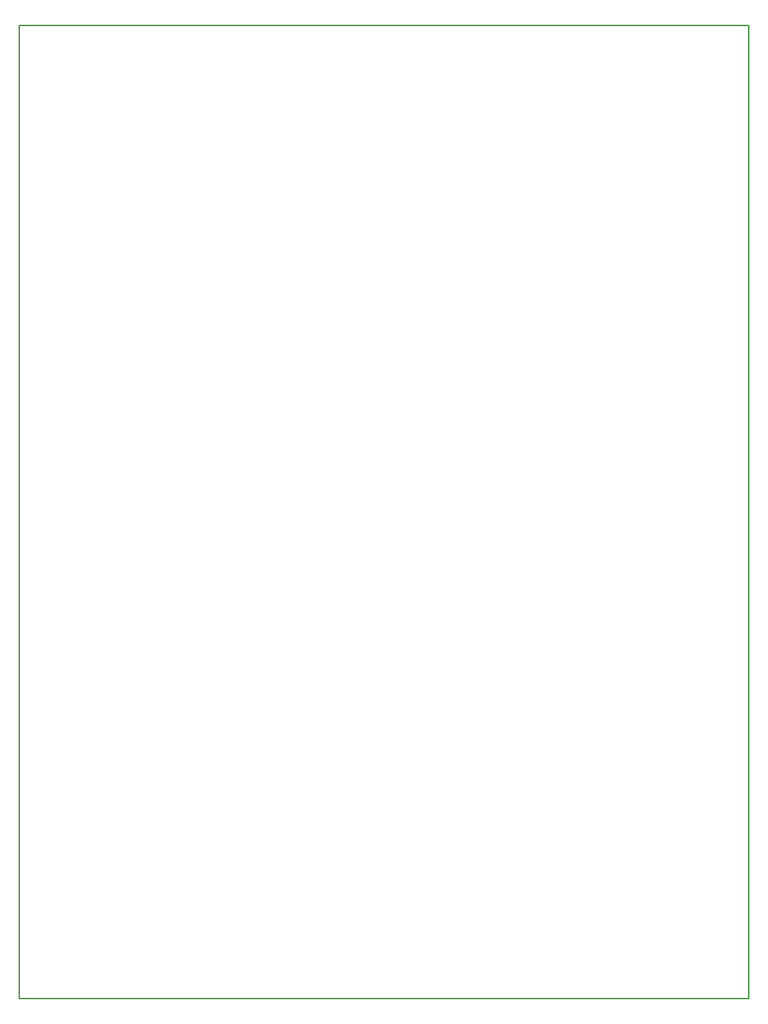
<source format=gm1>
G04 MADE WITH FRITZING*
G04 WWW.FRITZING.ORG*
G04 DOUBLE SIDED*
G04 HOLES PLATED*
G04 CONTOUR ON CENTER OF CONTOUR VECTOR*
%ASAXBY*%
%FSLAX23Y23*%
%MOIN*%
%OFA0B0*%
%SFA1.0B1.0*%
%ADD10R,3.543310X4.724420*%
%ADD11C,0.008000*%
%ADD10C,0.008*%
%LNCONTOUR*%
G90*
G70*
G54D10*
G54D11*
X4Y4720D02*
X3539Y4720D01*
X3539Y4D01*
X4Y4D01*
X4Y4720D01*
D02*
G04 End of contour*
M02*
</source>
